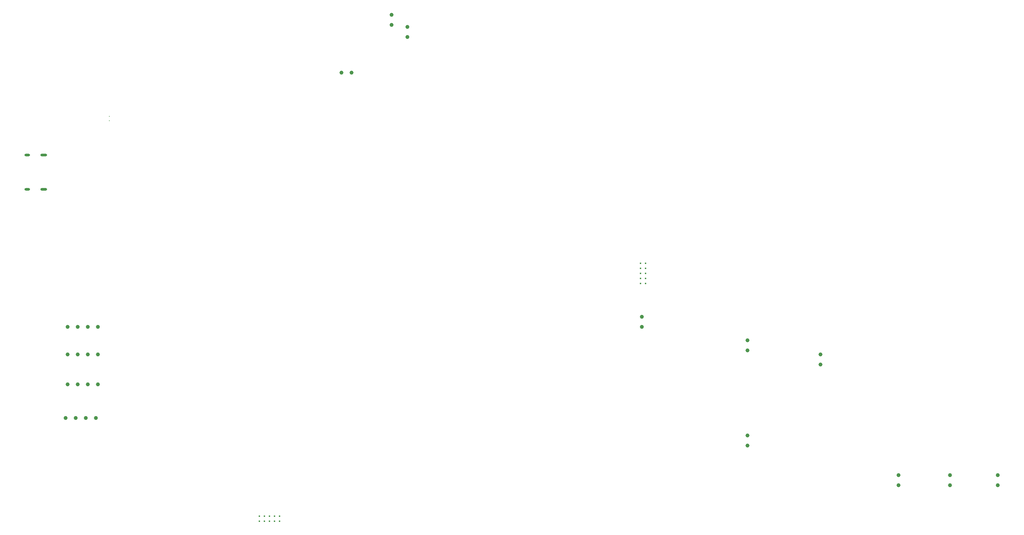
<source format=gbr>
%TF.GenerationSoftware,Altium Limited,Altium Designer,24.2.2 (26)*%
G04 Layer_Color=0*
%FSLAX45Y45*%
%MOMM*%
%TF.SameCoordinates,E801744C-0769-472F-B71A-A4CB6A2CC1AD*%
%TF.FilePolarity,Positive*%
%TF.FileFunction,Plated,1,2,PTH,Drill*%
%TF.Part,Single*%
G01*
G75*
%TA.AperFunction,ComponentDrill*%
%ADD125C,1.00000*%
%ADD126C,0.20000*%
%ADD127O,1.40000X0.60000*%
%ADD128O,1.70000X0.60000*%
%ADD129C,1.00000*%
%ADD130C,0.45000*%
%ADD131C,0.45000*%
D125*
X18360011Y1760002D02*
D03*
Y1506002D02*
D03*
X24660014Y760002D02*
D03*
Y506002D02*
D03*
X23460014Y760002D02*
D03*
Y506002D02*
D03*
X22160013Y760002D02*
D03*
Y506002D02*
D03*
X18360011Y3906004D02*
D03*
Y4160004D02*
D03*
X20200000Y3546000D02*
D03*
Y3800000D02*
D03*
X9400000Y12100000D02*
D03*
Y12354000D02*
D03*
X15700000Y4500000D02*
D03*
Y4754000D02*
D03*
X9800000Y11800000D02*
D03*
Y12054000D02*
D03*
D126*
X2300000Y9690000D02*
D03*
Y9800000D02*
D03*
D127*
X232000Y8821000D02*
D03*
Y7957000D02*
D03*
D128*
X650000Y8821000D02*
D03*
Y7957000D02*
D03*
D129*
X8400000Y10900000D02*
D03*
X8146000D02*
D03*
X1754016Y3799984D02*
D03*
X1500000Y3800000D02*
D03*
X1246000D02*
D03*
X2008000D02*
D03*
X1758017Y4499984D02*
D03*
X1504000Y4500000D02*
D03*
X1250000D02*
D03*
X2012000D02*
D03*
X1758017Y3049983D02*
D03*
X1504000Y3050000D02*
D03*
X1250000D02*
D03*
X2012000D02*
D03*
X1708016Y2199984D02*
D03*
X1454000Y2200000D02*
D03*
X1200000D02*
D03*
X1962000D02*
D03*
D130*
X6073000Y-400000D02*
D03*
X6200000D02*
D03*
X6327000D02*
D03*
X6454000D02*
D03*
X6581000D02*
D03*
X6073000Y-273000D02*
D03*
X6200000D02*
D03*
X6327000D02*
D03*
X6454000D02*
D03*
X6581000D02*
D03*
D131*
X15800000Y5592000D02*
D03*
Y5719000D02*
D03*
Y5846000D02*
D03*
Y5973000D02*
D03*
Y6100000D02*
D03*
X15673000Y5592000D02*
D03*
Y5719000D02*
D03*
Y5846000D02*
D03*
Y5973000D02*
D03*
Y6100000D02*
D03*
%TF.MD5,c2d632bf18d2eb7ee7aebb932ff94988*%
M02*

</source>
